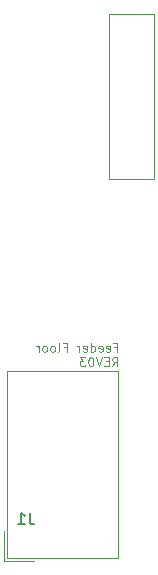
<source format=gbr>
G04 #@! TF.GenerationSoftware,KiCad,Pcbnew,(6.0.1-0)*
G04 #@! TF.CreationDate,2022-08-23T11:55:36-04:00*
G04 #@! TF.ProjectId,feederFloor,66656564-6572-4466-9c6f-6f722e6b6963,rev?*
G04 #@! TF.SameCoordinates,Original*
G04 #@! TF.FileFunction,Legend,Bot*
G04 #@! TF.FilePolarity,Positive*
%FSLAX46Y46*%
G04 Gerber Fmt 4.6, Leading zero omitted, Abs format (unit mm)*
G04 Created by KiCad (PCBNEW (6.0.1-0)) date 2022-08-23 11:55:36*
%MOMM*%
%LPD*%
G01*
G04 APERTURE LIST*
%ADD10C,0.100000*%
%ADD11C,0.150000*%
%ADD12C,0.120000*%
G04 APERTURE END LIST*
D10*
X31306428Y-53342678D02*
X31556428Y-53342678D01*
X31556428Y-53735535D02*
X31556428Y-52985535D01*
X31199285Y-52985535D01*
X30627857Y-53699821D02*
X30699285Y-53735535D01*
X30842142Y-53735535D01*
X30913571Y-53699821D01*
X30949285Y-53628392D01*
X30949285Y-53342678D01*
X30913571Y-53271250D01*
X30842142Y-53235535D01*
X30699285Y-53235535D01*
X30627857Y-53271250D01*
X30592142Y-53342678D01*
X30592142Y-53414107D01*
X30949285Y-53485535D01*
X29985000Y-53699821D02*
X30056428Y-53735535D01*
X30199285Y-53735535D01*
X30270714Y-53699821D01*
X30306428Y-53628392D01*
X30306428Y-53342678D01*
X30270714Y-53271250D01*
X30199285Y-53235535D01*
X30056428Y-53235535D01*
X29985000Y-53271250D01*
X29949285Y-53342678D01*
X29949285Y-53414107D01*
X30306428Y-53485535D01*
X29306428Y-53735535D02*
X29306428Y-52985535D01*
X29306428Y-53699821D02*
X29377857Y-53735535D01*
X29520714Y-53735535D01*
X29592142Y-53699821D01*
X29627857Y-53664107D01*
X29663571Y-53592678D01*
X29663571Y-53378392D01*
X29627857Y-53306964D01*
X29592142Y-53271250D01*
X29520714Y-53235535D01*
X29377857Y-53235535D01*
X29306428Y-53271250D01*
X28663571Y-53699821D02*
X28735000Y-53735535D01*
X28877857Y-53735535D01*
X28949285Y-53699821D01*
X28985000Y-53628392D01*
X28985000Y-53342678D01*
X28949285Y-53271250D01*
X28877857Y-53235535D01*
X28735000Y-53235535D01*
X28663571Y-53271250D01*
X28627857Y-53342678D01*
X28627857Y-53414107D01*
X28985000Y-53485535D01*
X28306428Y-53735535D02*
X28306428Y-53235535D01*
X28306428Y-53378392D02*
X28270714Y-53306964D01*
X28235000Y-53271250D01*
X28163571Y-53235535D01*
X28092142Y-53235535D01*
X27020714Y-53342678D02*
X27270714Y-53342678D01*
X27270714Y-53735535D02*
X27270714Y-52985535D01*
X26913571Y-52985535D01*
X26520714Y-53735535D02*
X26592142Y-53699821D01*
X26627857Y-53628392D01*
X26627857Y-52985535D01*
X26127857Y-53735535D02*
X26199285Y-53699821D01*
X26235000Y-53664107D01*
X26270714Y-53592678D01*
X26270714Y-53378392D01*
X26235000Y-53306964D01*
X26199285Y-53271250D01*
X26127857Y-53235535D01*
X26020714Y-53235535D01*
X25949285Y-53271250D01*
X25913571Y-53306964D01*
X25877857Y-53378392D01*
X25877857Y-53592678D01*
X25913571Y-53664107D01*
X25949285Y-53699821D01*
X26020714Y-53735535D01*
X26127857Y-53735535D01*
X25449285Y-53735535D02*
X25520714Y-53699821D01*
X25556428Y-53664107D01*
X25592142Y-53592678D01*
X25592142Y-53378392D01*
X25556428Y-53306964D01*
X25520714Y-53271250D01*
X25449285Y-53235535D01*
X25342142Y-53235535D01*
X25270714Y-53271250D01*
X25235000Y-53306964D01*
X25199285Y-53378392D01*
X25199285Y-53592678D01*
X25235000Y-53664107D01*
X25270714Y-53699821D01*
X25342142Y-53735535D01*
X25449285Y-53735535D01*
X24877857Y-53735535D02*
X24877857Y-53235535D01*
X24877857Y-53378392D02*
X24842142Y-53306964D01*
X24806428Y-53271250D01*
X24735000Y-53235535D01*
X24663571Y-53235535D01*
X31127857Y-54943035D02*
X31377857Y-54585892D01*
X31556428Y-54943035D02*
X31556428Y-54193035D01*
X31270714Y-54193035D01*
X31199285Y-54228750D01*
X31163571Y-54264464D01*
X31127857Y-54335892D01*
X31127857Y-54443035D01*
X31163571Y-54514464D01*
X31199285Y-54550178D01*
X31270714Y-54585892D01*
X31556428Y-54585892D01*
X30806428Y-54550178D02*
X30556428Y-54550178D01*
X30449285Y-54943035D02*
X30806428Y-54943035D01*
X30806428Y-54193035D01*
X30449285Y-54193035D01*
X30235000Y-54193035D02*
X29985000Y-54943035D01*
X29735000Y-54193035D01*
X29342142Y-54193035D02*
X29270714Y-54193035D01*
X29199285Y-54228750D01*
X29163571Y-54264464D01*
X29127857Y-54335892D01*
X29092142Y-54478750D01*
X29092142Y-54657321D01*
X29127857Y-54800178D01*
X29163571Y-54871607D01*
X29199285Y-54907321D01*
X29270714Y-54943035D01*
X29342142Y-54943035D01*
X29413571Y-54907321D01*
X29449285Y-54871607D01*
X29485000Y-54800178D01*
X29520714Y-54657321D01*
X29520714Y-54478750D01*
X29485000Y-54335892D01*
X29449285Y-54264464D01*
X29413571Y-54228750D01*
X29342142Y-54193035D01*
X28842142Y-54193035D02*
X28377857Y-54193035D01*
X28627857Y-54478750D01*
X28520714Y-54478750D01*
X28449285Y-54514464D01*
X28413571Y-54550178D01*
X28377857Y-54621607D01*
X28377857Y-54800178D01*
X28413571Y-54871607D01*
X28449285Y-54907321D01*
X28520714Y-54943035D01*
X28735000Y-54943035D01*
X28806428Y-54907321D01*
X28842142Y-54871607D01*
D11*
X24133333Y-67352380D02*
X24133333Y-68066666D01*
X24180952Y-68209523D01*
X24276190Y-68304761D01*
X24419047Y-68352380D01*
X24514285Y-68352380D01*
X23133333Y-68352380D02*
X23704761Y-68352380D01*
X23419047Y-68352380D02*
X23419047Y-67352380D01*
X23514285Y-67495238D01*
X23609523Y-67590476D01*
X23704761Y-67638095D01*
D12*
X21995114Y-71413687D02*
X24535114Y-71413687D01*
X22245114Y-71163687D02*
X31595114Y-71163687D01*
X22245114Y-55383687D02*
X22245114Y-71163687D01*
X31595114Y-55383687D02*
X22245114Y-55383687D01*
X21995114Y-71413687D02*
X21995114Y-68873687D01*
X31595114Y-71163687D02*
X31595114Y-55383687D01*
X30850114Y-39113687D02*
X34650114Y-39113687D01*
X30850114Y-25113687D02*
X30850114Y-39113687D01*
X34650114Y-25113687D02*
X34650114Y-39113687D01*
X30850114Y-25113687D02*
X34650114Y-25113687D01*
M02*

</source>
